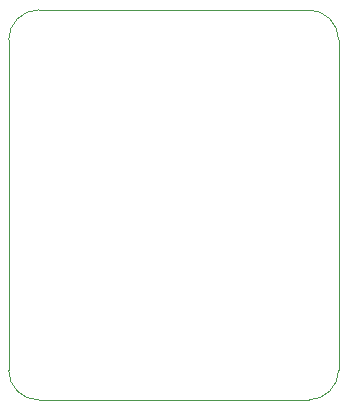
<source format=gbr>
%TF.GenerationSoftware,KiCad,Pcbnew,(5.1.6)-1*%
%TF.CreationDate,2020-10-05T12:39:47-05:00*%
%TF.ProjectId,Distortion,44697374-6f72-4746-996f-6e2e6b696361,rev?*%
%TF.SameCoordinates,Original*%
%TF.FileFunction,Profile,NP*%
%FSLAX46Y46*%
G04 Gerber Fmt 4.6, Leading zero omitted, Abs format (unit mm)*
G04 Created by KiCad (PCBNEW (5.1.6)-1) date 2020-10-05 12:39:47*
%MOMM*%
%LPD*%
G01*
G04 APERTURE LIST*
%TA.AperFunction,Profile*%
%ADD10C,0.050000*%
%TD*%
G04 APERTURE END LIST*
D10*
X147320000Y-116840000D02*
X124460000Y-116840000D01*
X149860000Y-114300000D02*
X149860000Y-86360000D01*
X149860000Y-114300000D02*
G75*
G02*
X147320000Y-116840000I-2540000J0D01*
G01*
X121920000Y-86360000D02*
X121920000Y-114300000D01*
X124460000Y-83820000D02*
X147320000Y-83820000D01*
X147320000Y-83820000D02*
G75*
G02*
X149860000Y-86360000I0J-2540000D01*
G01*
X121920000Y-86360000D02*
G75*
G02*
X124460000Y-83820000I2540000J0D01*
G01*
X124460000Y-116840000D02*
G75*
G02*
X121920000Y-114300000I0J2540000D01*
G01*
M02*

</source>
